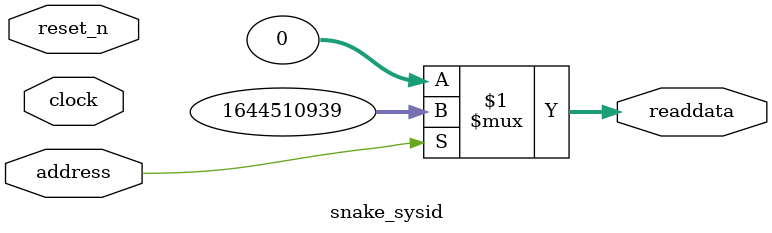
<source format=v>



// synthesis translate_off
`timescale 1ns / 1ps
// synthesis translate_on

// turn off superfluous verilog processor warnings 
// altera message_level Level1 
// altera message_off 10034 10035 10036 10037 10230 10240 10030 

module snake_sysid (
               // inputs:
                address,
                clock,
                reset_n,

               // outputs:
                readdata
             )
;

  output  [ 31: 0] readdata;
  input            address;
  input            clock;
  input            reset_n;

  wire    [ 31: 0] readdata;
  //control_slave, which is an e_avalon_slave
  assign readdata = address ? 1644510939 : 0;

endmodule



</source>
